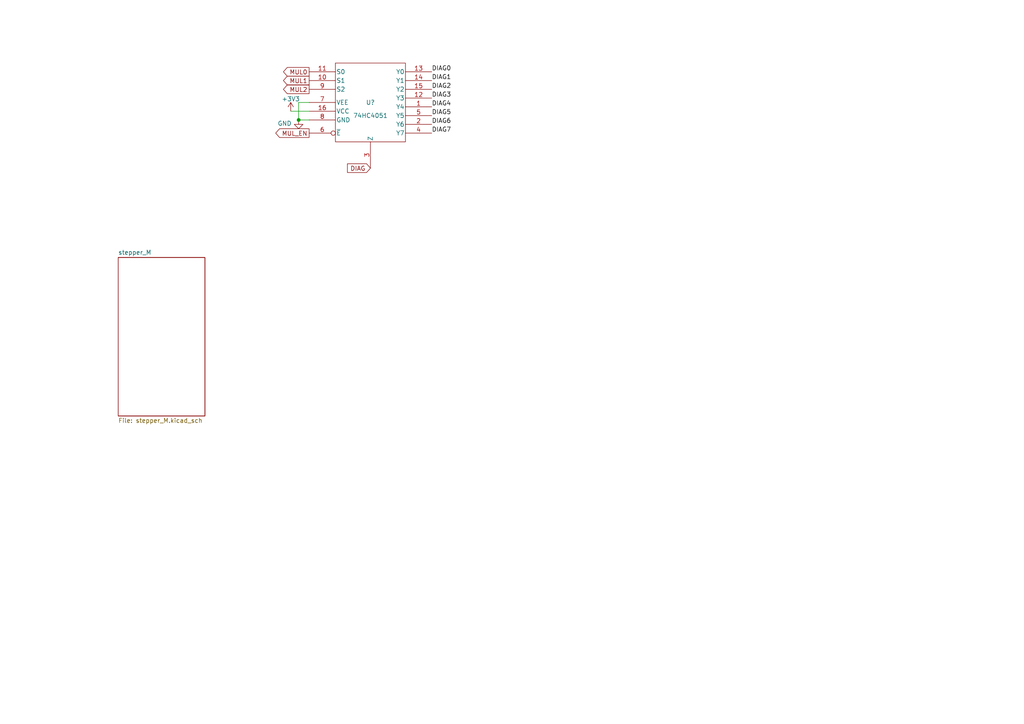
<source format=kicad_sch>
(kicad_sch (version 20211123) (generator eeschema)
  (paper "A4")
  (lib_symbols
    (symbol "power:+3.3V" (power) (pin_names (offset 0))
      (property "Value" "+3.3V" (at 0 3.556 0))
      (symbol "+3.3V_0_1"
        (polyline (pts (xy -0.762 1.27) (xy 0 2.54)))
        (polyline (pts (xy 0 0) (xy 0 2.54)))
        (polyline (pts (xy 0 2.54) (xy 0.762 1.27)))
      )
      (symbol "+3.3V_1_1"
        (pin power_in line (at 0 0 90) (length 0) hide (name "+3V3") (number "1"))
      )
    )
    (symbol "power:GND" (power) (pin_names (offset 0))
      (property "Value" "GND" (at 0 -3.81 0))
      (symbol "GND_0_1"
        (polyline (pts (xy 0 0) (xy 0 -1.27) (xy 1.27 -1.27) (xy 0 -2.54) (xy -1.27 -1.27) (xy 0 -1.27)))
      )
      (symbol "GND_1_1"
        (pin power_in line (at 0 0 270) (length 0) hide (name "GND") (number "1"))
      )
    )
    (symbol "stm32-rescue:74HC4051" (pin_names (offset 0.254))
      (property "Reference" "U" (at 0 0 0))
      (property "Value" "74HC4051" (at 0 -3.81 0))
      (symbol "74HC4051_0_1"
        (rectangle (start -10.16 11.43) (end 10.16 -11.43))
      )
      (symbol "74HC4051_1_1"
        (pin bidirectional line (at 17.78 -1.27 180) (length 7.62) (name "Y4") (number "1"))
        (pin input line (at -17.78 6.35 0) (length 7.62) (name "S1") (number "10"))
        (pin input line (at -17.78 8.89 0) (length 7.62) (name "S0") (number "11"))
        (pin bidirectional line (at 17.78 1.27 180) (length 7.62) (name "Y3") (number "12"))
        (pin bidirectional line (at 17.78 8.89 180) (length 7.62) (name "Y0") (number "13"))
        (pin bidirectional line (at 17.78 6.35 180) (length 7.62) (name "Y1") (number "14"))
        (pin bidirectional line (at 17.78 3.81 180) (length 7.62) (name "Y2") (number "15"))
        (pin power_in line (at -17.78 -2.54 0) (length 7.62) (name "VCC") (number "16"))
        (pin bidirectional line (at 17.78 -6.35 180) (length 7.62) (name "Y6") (number "2"))
        (pin bidirectional line (at 0 -19.05 90) (length 7.62) (name "Z") (number "3"))
        (pin bidirectional line (at 17.78 -8.89 180) (length 7.62) (name "Y7") (number "4"))
        (pin bidirectional line (at 17.78 -3.81 180) (length 7.62) (name "Y5") (number "5"))
        (pin input inverted (at -17.78 -8.89 0) (length 7.62) (name "~{E}") (number "6"))
        (pin power_in line (at -17.78 0 0) (length 7.62) (name "VEE") (number "7"))
        (pin power_in line (at -17.78 -5.08 0) (length 7.62) (name "GND") (number "8"))
        (pin input line (at -17.78 3.81 0) (length 7.62) (name "S2") (number "9"))
      )
    )
  )
  (junction (at 86.614 34.798))
  (wire (pts (xy 86.614 34.798) (xy 89.662 34.798)))
  (wire (pts (xy 89.662 29.718) (xy 86.614 29.718)))
  (wire (pts (xy 86.614 29.718) (xy 86.614 34.798)))
  (wire (pts (xy 84.328 32.258) (xy 89.662 32.258)))
  (label "DIAG0" (at 125.222 20.828 0))
  (label "DIAG7" (at 125.222 38.608 0))
  (label "DIAG3" (at 125.222 28.448 0))
  (label "DIAG6" (at 125.222 36.068 0))
  (label "DIAG1" (at 125.222 23.368 0))
  (label "DIAG2" (at 125.222 25.908 0))
  (label "DIAG5" (at 125.222 33.528 0))
  (label "DIAG4" (at 125.222 30.988 0))
  (global_label "MUL_EN" (shape output) (at 89.662 38.608 180) (property "Intersheet References" "${INTERSHEET_REFS}" (effects hide)))
  (global_label "MUL0" (shape output) (at 89.662 20.828 180) (property "Intersheet References" "${INTERSHEET_REFS}" (effects hide)))
  (global_label "DIAG" (shape input) (at 107.442 48.768 180) (property "Intersheet References" "${INTERSHEET_REFS}" (effects hide)))
  (global_label "MUL2" (shape output) (at 89.662 25.908 180) (property "Intersheet References" "${INTERSHEET_REFS}" (effects hide)))
  (global_label "MUL1" (shape output) (at 89.662 23.368 180) (property "Intersheet References" "${INTERSHEET_REFS}" (effects hide)))
  (symbol (lib_id "power:GND") (at 86.614 34.798 0) (unit 1)
    (property "Reference" "#PWR?" (effects hide))
    (property "Value" "GND" (at 82.55 35.814 0))
  )
  (symbol (lib_id "stm32-rescue:74HC4051") (at 107.442 29.718 0) (unit 1)
    (property "Reference" "U?" (at 107.442 29.718 0))
    (property "Value" "74HC4051" (at 107.442 33.528 0))
    (property "Footprint" "Package_SOIC:SOIC-16_3.9x9.9mm_P1.27mm" (effects hide))
  )
  (symbol (lib_id "power:+3.3V") (at 84.328 32.258 0) (unit 1)
    (property "Reference" "#PWR?" (effects hide))
    (property "Value" "+3.3V" (at 84.328 28.702 0))
  )
  (sheet (at 34.29 74.676) (size 25.146 45.974) (stroke (width 0.1524))
    (property "Sheet name" "stepper_M" (at 34.29 73.9644 0) (effects (justify left bottom)))
    (property "Sheet file" "stepper_M.kicad_sch" (at 34.29 121.2346 0) (effects (justify left top)))
  )
)
</source>
